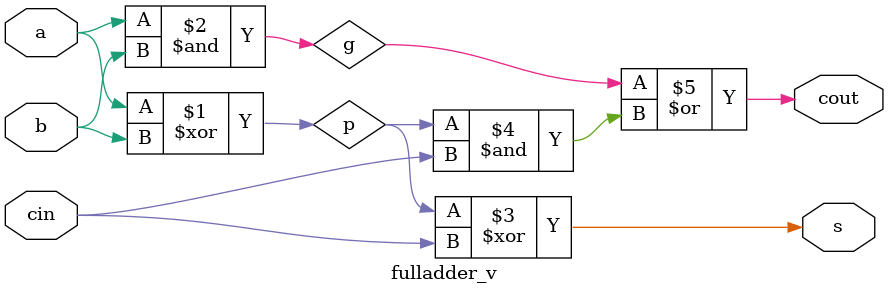
<source format=v>
module fulladder_v
(
input a, b, cin,
output s, cout
);
wire p, g;
assign p = a ^ b;
assign g = a & b;
assign s = p ^ cin;
assign cout = g | (p & cin);
endmodule
</source>
